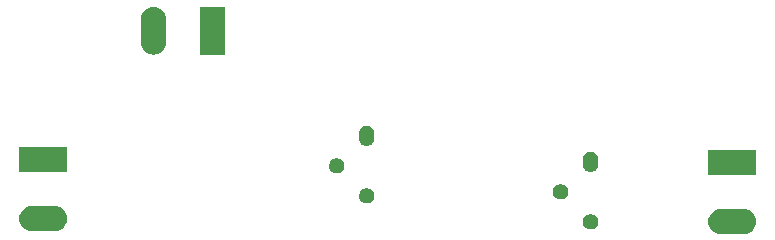
<source format=gbr>
G04 #@! TF.GenerationSoftware,KiCad,Pcbnew,(5.1.4)-1*
G04 #@! TF.CreationDate,2020-12-03T16:53:39+02:00*
G04 #@! TF.ProjectId,Single_transistor_AMP,53696e67-6c65-45f7-9472-616e73697374,V1.0*
G04 #@! TF.SameCoordinates,Original*
G04 #@! TF.FileFunction,Soldermask,Bot*
G04 #@! TF.FilePolarity,Negative*
%FSLAX46Y46*%
G04 Gerber Fmt 4.6, Leading zero omitted, Abs format (unit mm)*
G04 Created by KiCad (PCBNEW (5.1.4)-1) date 2020-12-03 16:53:39*
%MOMM*%
%LPD*%
G04 APERTURE LIST*
%ADD10C,0.100000*%
G04 APERTURE END LIST*
D10*
G36*
X222192112Y-121064021D02*
G01*
X222294072Y-121074063D01*
X222490301Y-121133589D01*
X222490303Y-121133590D01*
X222671145Y-121230252D01*
X222829660Y-121360340D01*
X222959748Y-121518855D01*
X223027670Y-121645928D01*
X223056411Y-121699699D01*
X223115937Y-121895928D01*
X223136036Y-122100000D01*
X223115937Y-122304072D01*
X223056411Y-122500301D01*
X223056410Y-122500303D01*
X222959748Y-122681145D01*
X222829660Y-122839660D01*
X222671145Y-122969748D01*
X222490303Y-123066410D01*
X222490301Y-123066411D01*
X222294072Y-123125937D01*
X222192112Y-123135979D01*
X222141133Y-123141000D01*
X220058867Y-123141000D01*
X220007888Y-123135979D01*
X219905928Y-123125937D01*
X219709699Y-123066411D01*
X219709697Y-123066410D01*
X219528855Y-122969748D01*
X219370340Y-122839660D01*
X219240252Y-122681145D01*
X219143590Y-122500303D01*
X219143589Y-122500301D01*
X219084063Y-122304072D01*
X219063964Y-122100000D01*
X219084063Y-121895928D01*
X219143589Y-121699699D01*
X219172330Y-121645928D01*
X219240252Y-121518855D01*
X219370340Y-121360340D01*
X219528855Y-121230252D01*
X219709697Y-121133590D01*
X219709699Y-121133589D01*
X219905928Y-121074063D01*
X220007888Y-121064021D01*
X220058867Y-121059000D01*
X222141133Y-121059000D01*
X222192112Y-121064021D01*
X222192112Y-121064021D01*
G37*
G36*
X163842112Y-120814021D02*
G01*
X163944072Y-120824063D01*
X164140301Y-120883589D01*
X164140303Y-120883590D01*
X164321145Y-120980252D01*
X164479660Y-121110340D01*
X164609748Y-121268855D01*
X164658648Y-121360341D01*
X164706411Y-121449699D01*
X164765937Y-121645928D01*
X164786036Y-121850000D01*
X164765937Y-122054072D01*
X164742904Y-122130000D01*
X164706410Y-122250303D01*
X164609748Y-122431145D01*
X164479660Y-122589660D01*
X164321145Y-122719748D01*
X164224174Y-122771580D01*
X164140301Y-122816411D01*
X163944072Y-122875937D01*
X163842112Y-122885979D01*
X163791133Y-122891000D01*
X161708867Y-122891000D01*
X161657888Y-122885979D01*
X161555928Y-122875937D01*
X161359699Y-122816411D01*
X161275826Y-122771580D01*
X161178855Y-122719748D01*
X161020340Y-122589660D01*
X160890252Y-122431145D01*
X160793590Y-122250303D01*
X160757096Y-122130000D01*
X160734063Y-122054072D01*
X160713964Y-121850000D01*
X160734063Y-121645928D01*
X160793589Y-121449699D01*
X160841352Y-121360341D01*
X160890252Y-121268855D01*
X161020340Y-121110340D01*
X161178855Y-120980252D01*
X161359697Y-120883590D01*
X161359699Y-120883589D01*
X161555928Y-120824063D01*
X161657888Y-120814021D01*
X161708867Y-120809000D01*
X163791133Y-120809000D01*
X163842112Y-120814021D01*
X163842112Y-120814021D01*
G37*
G36*
X209163855Y-121482140D02*
G01*
X209227618Y-121488420D01*
X209318404Y-121515960D01*
X209350336Y-121525646D01*
X209463425Y-121586094D01*
X209562554Y-121667446D01*
X209643906Y-121766575D01*
X209704354Y-121879664D01*
X209709288Y-121895930D01*
X209741580Y-122002382D01*
X209754149Y-122130000D01*
X209741580Y-122257618D01*
X209727489Y-122304070D01*
X209704354Y-122380336D01*
X209643906Y-122493425D01*
X209562554Y-122592554D01*
X209463425Y-122673906D01*
X209350336Y-122734354D01*
X209318404Y-122744040D01*
X209227618Y-122771580D01*
X209163855Y-122777860D01*
X209131974Y-122781000D01*
X209068026Y-122781000D01*
X209036145Y-122777860D01*
X208972382Y-122771580D01*
X208881596Y-122744040D01*
X208849664Y-122734354D01*
X208736575Y-122673906D01*
X208637446Y-122592554D01*
X208556094Y-122493425D01*
X208495646Y-122380336D01*
X208472511Y-122304070D01*
X208458420Y-122257618D01*
X208445851Y-122130000D01*
X208458420Y-122002382D01*
X208490712Y-121895930D01*
X208495646Y-121879664D01*
X208556094Y-121766575D01*
X208637446Y-121667446D01*
X208736575Y-121586094D01*
X208849664Y-121525646D01*
X208881596Y-121515960D01*
X208972382Y-121488420D01*
X209036145Y-121482140D01*
X209068026Y-121479000D01*
X209131974Y-121479000D01*
X209163855Y-121482140D01*
X209163855Y-121482140D01*
G37*
G36*
X190213855Y-119282140D02*
G01*
X190277618Y-119288420D01*
X190368404Y-119315960D01*
X190400336Y-119325646D01*
X190513425Y-119386094D01*
X190612554Y-119467446D01*
X190693906Y-119566575D01*
X190754354Y-119679664D01*
X190754355Y-119679668D01*
X190791580Y-119802382D01*
X190804149Y-119930000D01*
X190791580Y-120057618D01*
X190768438Y-120133906D01*
X190754354Y-120180336D01*
X190693906Y-120293425D01*
X190612554Y-120392554D01*
X190513425Y-120473906D01*
X190400336Y-120534354D01*
X190368404Y-120544040D01*
X190277618Y-120571580D01*
X190213855Y-120577860D01*
X190181974Y-120581000D01*
X190118026Y-120581000D01*
X190086145Y-120577860D01*
X190022382Y-120571580D01*
X189931596Y-120544040D01*
X189899664Y-120534354D01*
X189786575Y-120473906D01*
X189687446Y-120392554D01*
X189606094Y-120293425D01*
X189545646Y-120180336D01*
X189531562Y-120133906D01*
X189508420Y-120057618D01*
X189495851Y-119930000D01*
X189508420Y-119802382D01*
X189545645Y-119679668D01*
X189545646Y-119679664D01*
X189606094Y-119566575D01*
X189687446Y-119467446D01*
X189786575Y-119386094D01*
X189899664Y-119325646D01*
X189931596Y-119315960D01*
X190022382Y-119288420D01*
X190086145Y-119282140D01*
X190118026Y-119279000D01*
X190181974Y-119279000D01*
X190213855Y-119282140D01*
X190213855Y-119282140D01*
G37*
G36*
X206623855Y-118942140D02*
G01*
X206687618Y-118948420D01*
X206778404Y-118975960D01*
X206810336Y-118985646D01*
X206923425Y-119046094D01*
X207022554Y-119127446D01*
X207103906Y-119226575D01*
X207164354Y-119339664D01*
X207164355Y-119339668D01*
X207201580Y-119462382D01*
X207214149Y-119590000D01*
X207201580Y-119717618D01*
X207175867Y-119802382D01*
X207164354Y-119840336D01*
X207103906Y-119953425D01*
X207022554Y-120052554D01*
X206923425Y-120133906D01*
X206810336Y-120194354D01*
X206778404Y-120204040D01*
X206687618Y-120231580D01*
X206623855Y-120237860D01*
X206591974Y-120241000D01*
X206528026Y-120241000D01*
X206496145Y-120237860D01*
X206432382Y-120231580D01*
X206341596Y-120204040D01*
X206309664Y-120194354D01*
X206196575Y-120133906D01*
X206097446Y-120052554D01*
X206016094Y-119953425D01*
X205955646Y-119840336D01*
X205944133Y-119802382D01*
X205918420Y-119717618D01*
X205905851Y-119590000D01*
X205918420Y-119462382D01*
X205955645Y-119339668D01*
X205955646Y-119339664D01*
X206016094Y-119226575D01*
X206097446Y-119127446D01*
X206196575Y-119046094D01*
X206309664Y-118985646D01*
X206341596Y-118975960D01*
X206432382Y-118948420D01*
X206496145Y-118942140D01*
X206528026Y-118939000D01*
X206591974Y-118939000D01*
X206623855Y-118942140D01*
X206623855Y-118942140D01*
G37*
G36*
X223131000Y-118141000D02*
G01*
X219069000Y-118141000D01*
X219069000Y-116059000D01*
X223131000Y-116059000D01*
X223131000Y-118141000D01*
X223131000Y-118141000D01*
G37*
G36*
X187673855Y-116742140D02*
G01*
X187737618Y-116748420D01*
X187828404Y-116775960D01*
X187860336Y-116785646D01*
X187973425Y-116846094D01*
X188072554Y-116927446D01*
X188153906Y-117026575D01*
X188214354Y-117139664D01*
X188214355Y-117139668D01*
X188251580Y-117262382D01*
X188264149Y-117390000D01*
X188251580Y-117517618D01*
X188224040Y-117608404D01*
X188214354Y-117640336D01*
X188153906Y-117753425D01*
X188072554Y-117852554D01*
X187973425Y-117933906D01*
X187860336Y-117994354D01*
X187828404Y-118004040D01*
X187737618Y-118031580D01*
X187673855Y-118037860D01*
X187641974Y-118041000D01*
X187578026Y-118041000D01*
X187546145Y-118037860D01*
X187482382Y-118031580D01*
X187391596Y-118004040D01*
X187359664Y-117994354D01*
X187246575Y-117933906D01*
X187147446Y-117852554D01*
X187066094Y-117753425D01*
X187005646Y-117640336D01*
X186995960Y-117608404D01*
X186968420Y-117517618D01*
X186955851Y-117390000D01*
X186968420Y-117262382D01*
X187005645Y-117139668D01*
X187005646Y-117139664D01*
X187066094Y-117026575D01*
X187147446Y-116927446D01*
X187246575Y-116846094D01*
X187359664Y-116785646D01*
X187391596Y-116775960D01*
X187482382Y-116748420D01*
X187546145Y-116742140D01*
X187578026Y-116739000D01*
X187641974Y-116739000D01*
X187673855Y-116742140D01*
X187673855Y-116742140D01*
G37*
G36*
X209227618Y-116208420D02*
G01*
X209318404Y-116235960D01*
X209350336Y-116245646D01*
X209463425Y-116306094D01*
X209562554Y-116387446D01*
X209643906Y-116486575D01*
X209704354Y-116599664D01*
X209704355Y-116599668D01*
X209741580Y-116722382D01*
X209751000Y-116818028D01*
X209751000Y-117281973D01*
X209741580Y-117377618D01*
X209714040Y-117468404D01*
X209704354Y-117500336D01*
X209643906Y-117613425D01*
X209562554Y-117712553D01*
X209463424Y-117793906D01*
X209350335Y-117854354D01*
X209318403Y-117864040D01*
X209227617Y-117891580D01*
X209100000Y-117904149D01*
X208972382Y-117891580D01*
X208881596Y-117864040D01*
X208849664Y-117854354D01*
X208736575Y-117793906D01*
X208637447Y-117712554D01*
X208556094Y-117613424D01*
X208495646Y-117500335D01*
X208485960Y-117468403D01*
X208458420Y-117377617D01*
X208449000Y-117281972D01*
X208449000Y-116818027D01*
X208458420Y-116722382D01*
X208495645Y-116599668D01*
X208495646Y-116599664D01*
X208556094Y-116486575D01*
X208637447Y-116387447D01*
X208736576Y-116306094D01*
X208849665Y-116245646D01*
X208881597Y-116235960D01*
X208972383Y-116208420D01*
X209100000Y-116195851D01*
X209227618Y-116208420D01*
X209227618Y-116208420D01*
G37*
G36*
X164781000Y-117891000D02*
G01*
X160719000Y-117891000D01*
X160719000Y-115809000D01*
X164781000Y-115809000D01*
X164781000Y-117891000D01*
X164781000Y-117891000D01*
G37*
G36*
X190277618Y-114008420D02*
G01*
X190368404Y-114035960D01*
X190400336Y-114045646D01*
X190513425Y-114106094D01*
X190612554Y-114187446D01*
X190693906Y-114286575D01*
X190754354Y-114399664D01*
X190754355Y-114399668D01*
X190791580Y-114522382D01*
X190801000Y-114618028D01*
X190801000Y-115081973D01*
X190791580Y-115177618D01*
X190764040Y-115268404D01*
X190754354Y-115300336D01*
X190693906Y-115413425D01*
X190612554Y-115512553D01*
X190513424Y-115593906D01*
X190400335Y-115654354D01*
X190368403Y-115664040D01*
X190277617Y-115691580D01*
X190150000Y-115704149D01*
X190022382Y-115691580D01*
X189931596Y-115664040D01*
X189899664Y-115654354D01*
X189786575Y-115593906D01*
X189687447Y-115512554D01*
X189606094Y-115413424D01*
X189545646Y-115300335D01*
X189535960Y-115268403D01*
X189508420Y-115177617D01*
X189499000Y-115081972D01*
X189499000Y-114618027D01*
X189508420Y-114522382D01*
X189545645Y-114399668D01*
X189545646Y-114399664D01*
X189606094Y-114286575D01*
X189687447Y-114187447D01*
X189786576Y-114106094D01*
X189899665Y-114045646D01*
X189931597Y-114035960D01*
X190022383Y-114008420D01*
X190150000Y-113995851D01*
X190277618Y-114008420D01*
X190277618Y-114008420D01*
G37*
G36*
X172304072Y-103934063D02*
G01*
X172500301Y-103993589D01*
X172500303Y-103993590D01*
X172681145Y-104090252D01*
X172839660Y-104220340D01*
X172969747Y-104378854D01*
X173066411Y-104559699D01*
X173125937Y-104755928D01*
X173141000Y-104908868D01*
X173141000Y-106991132D01*
X173125937Y-107144072D01*
X173066411Y-107340300D01*
X173066410Y-107340303D01*
X172969748Y-107521145D01*
X172839660Y-107679660D01*
X172722437Y-107775860D01*
X172681146Y-107809747D01*
X172500300Y-107906411D01*
X172304071Y-107965937D01*
X172100000Y-107986036D01*
X171895928Y-107965937D01*
X171699699Y-107906411D01*
X171699697Y-107906410D01*
X171518855Y-107809748D01*
X171360340Y-107679660D01*
X171264140Y-107562437D01*
X171230253Y-107521146D01*
X171133589Y-107340300D01*
X171074063Y-107144071D01*
X171059000Y-106991131D01*
X171059001Y-104908868D01*
X171074064Y-104755928D01*
X171133590Y-104559699D01*
X171230254Y-104378854D01*
X171360341Y-104220340D01*
X171518856Y-104090252D01*
X171699698Y-103993590D01*
X171699700Y-103993589D01*
X171895929Y-103934063D01*
X172100000Y-103913964D01*
X172304072Y-103934063D01*
X172304072Y-103934063D01*
G37*
G36*
X178141000Y-107981000D02*
G01*
X176059000Y-107981000D01*
X176059000Y-103919000D01*
X178141000Y-103919000D01*
X178141000Y-107981000D01*
X178141000Y-107981000D01*
G37*
M02*

</source>
